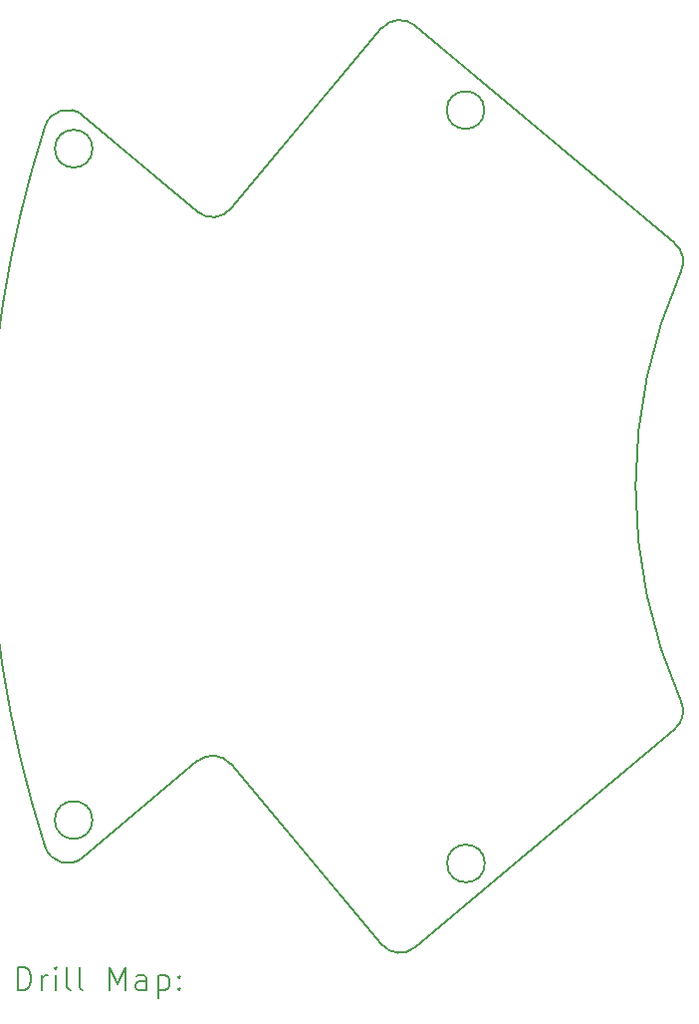
<source format=gbr>
%TF.GenerationSoftware,KiCad,Pcbnew,(6.0.11)*%
%TF.CreationDate,2023-10-13T17:07:21+09:00*%
%TF.ProjectId,main_board,6d61696e-5f62-46f6-9172-642e6b696361,rev?*%
%TF.SameCoordinates,Original*%
%TF.FileFunction,Drillmap*%
%TF.FilePolarity,Positive*%
%FSLAX45Y45*%
G04 Gerber Fmt 4.5, Leading zero omitted, Abs format (unit mm)*
G04 Created by KiCad (PCBNEW (6.0.11)) date 2023-10-13 17:07:21*
%MOMM*%
%LPD*%
G01*
G04 APERTURE LIST*
%ADD10C,0.200000*%
G04 APERTURE END LIST*
D10*
X16662275Y-12943556D02*
G75*
G03*
X16662275Y-12943556I-160000J0D01*
G01*
X16068817Y-13655797D02*
X18277602Y-11802406D01*
X14501476Y-12099056D02*
X15787051Y-13631145D01*
X14219709Y-7409229D02*
X13243240Y-6589875D01*
X16658911Y-6546330D02*
G75*
G03*
X16658911Y-6546330I-160000J0D01*
G01*
X12924276Y-6681885D02*
G75*
G03*
X12924276Y-12801750I9520336J-3059932D01*
G01*
X15787134Y-5852389D02*
X14501476Y-7384578D01*
X14219711Y-7409227D02*
G75*
G03*
X14501476Y-7384578I128559J153197D01*
G01*
X16068798Y-5827658D02*
G75*
G03*
X15787134Y-5852389I-128458J-153292D01*
G01*
X18332646Y-7913776D02*
G75*
G03*
X18331835Y-11568032I4111966J-1828041D01*
G01*
X12924272Y-12801751D02*
G75*
G03*
X13243240Y-12893760I190408J61201D01*
G01*
X13243240Y-12893760D02*
X14219709Y-12074405D01*
X15787050Y-13631146D02*
G75*
G03*
X16068817Y-13655797I153210J128566D01*
G01*
X13326905Y-12574734D02*
G75*
G03*
X13326905Y-12574734I-160000J0D01*
G01*
X14501481Y-12099052D02*
G75*
G03*
X14219709Y-12074405I-153211J-128578D01*
G01*
X18332646Y-7913776D02*
G75*
G03*
X18278350Y-7679238I-182756J81246D01*
G01*
X13326905Y-6874158D02*
G75*
G03*
X13326905Y-6874158I-160000J0D01*
G01*
X18277605Y-11802410D02*
G75*
G03*
X18331835Y-11568032I-128565J153210D01*
G01*
X18278350Y-7679238D02*
X16068801Y-5827655D01*
X13243235Y-6589880D02*
G75*
G03*
X12924276Y-6681885I-128556J-153210D01*
G01*
X12692231Y-14023062D02*
X12692231Y-13823062D01*
X12739850Y-13823062D01*
X12768422Y-13832586D01*
X12787470Y-13851633D01*
X12796993Y-13870681D01*
X12806517Y-13908776D01*
X12806517Y-13937348D01*
X12796993Y-13975443D01*
X12787470Y-13994491D01*
X12768422Y-14013538D01*
X12739850Y-14023062D01*
X12692231Y-14023062D01*
X12892231Y-14023062D02*
X12892231Y-13889729D01*
X12892231Y-13927824D02*
X12901755Y-13908776D01*
X12911279Y-13899252D01*
X12930327Y-13889729D01*
X12949374Y-13889729D01*
X13016041Y-14023062D02*
X13016041Y-13889729D01*
X13016041Y-13823062D02*
X13006517Y-13832586D01*
X13016041Y-13842110D01*
X13025565Y-13832586D01*
X13016041Y-13823062D01*
X13016041Y-13842110D01*
X13139850Y-14023062D02*
X13120803Y-14013538D01*
X13111279Y-13994491D01*
X13111279Y-13823062D01*
X13244612Y-14023062D02*
X13225565Y-14013538D01*
X13216041Y-13994491D01*
X13216041Y-13823062D01*
X13473184Y-14023062D02*
X13473184Y-13823062D01*
X13539850Y-13965919D01*
X13606517Y-13823062D01*
X13606517Y-14023062D01*
X13787470Y-14023062D02*
X13787470Y-13918300D01*
X13777946Y-13899252D01*
X13758898Y-13889729D01*
X13720803Y-13889729D01*
X13701755Y-13899252D01*
X13787470Y-14013538D02*
X13768422Y-14023062D01*
X13720803Y-14023062D01*
X13701755Y-14013538D01*
X13692231Y-13994491D01*
X13692231Y-13975443D01*
X13701755Y-13956395D01*
X13720803Y-13946872D01*
X13768422Y-13946872D01*
X13787470Y-13937348D01*
X13882708Y-13889729D02*
X13882708Y-14089729D01*
X13882708Y-13899252D02*
X13901755Y-13889729D01*
X13939850Y-13889729D01*
X13958898Y-13899252D01*
X13968422Y-13908776D01*
X13977946Y-13927824D01*
X13977946Y-13984967D01*
X13968422Y-14004014D01*
X13958898Y-14013538D01*
X13939850Y-14023062D01*
X13901755Y-14023062D01*
X13882708Y-14013538D01*
X14063660Y-14004014D02*
X14073184Y-14013538D01*
X14063660Y-14023062D01*
X14054136Y-14013538D01*
X14063660Y-14004014D01*
X14063660Y-14023062D01*
X14063660Y-13899252D02*
X14073184Y-13908776D01*
X14063660Y-13918300D01*
X14054136Y-13908776D01*
X14063660Y-13899252D01*
X14063660Y-13918300D01*
M02*

</source>
